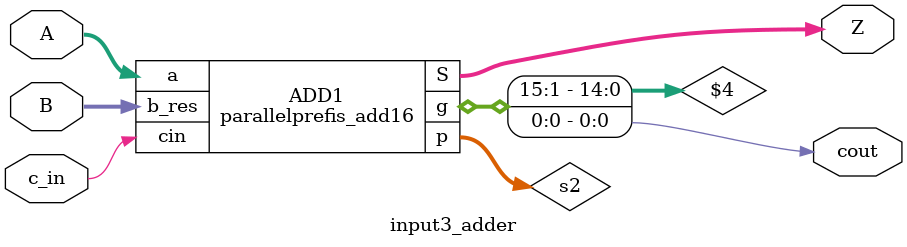
<source format=v>
module and2 (input wire i0, i1, output wire o);
	assign o = i0 & i1;
endmodule

module or2 (input wire i0, i1, output wire o);
	assign o = i0 | i1;
endmodule

module xor2 (input wire i0, i1, output wire o);
	assign o = i0 ^ i1;
endmodule

module xor3 (input wire i0, i1, i2, output wire o);
	wire temp;
	xor2 xor2_0 (i0, i1, temp);
	xor2 xor2_1 (i2, temp, o);
endmodule

module pro_gen (input wire a, b, output wire p, g);
	or2 or_1 (a, b, p);
	and2 and_1 (a, b, g);
endmodule

module carry (input wire pi, gi, pj, gj, output wire P, G);
	wire temp;
	and2 and_1 (pi, pj, P);
	and2 and_2 (pi, gj, temp);
	or2 or_0 (gi, temp, G);
endmodule

module sum (input wire a, b, gi, output wire s);
	xor3 xor3_1 (a, b, gi, s);
endmodule

module parallelprefis_add16(input wire [15:0] a, b_res, input wire cin, output wire [15:0] S,output wire [15:0] p, g);
	
	pro_gen pg_0 (a[0], b_res[0], p[0], g[0]);
	pro_gen pg_1 (a[1], b_res[1], p[1], g[1]);
	pro_gen pg_2 (a[2], b_res[2], p[2], g[2]);
	pro_gen pg_3 (a[3], b_res[3], p[3], g[3]);
	pro_gen pg_4 (a[4], b_res[4], p[4], g[4]);
	pro_gen pg_5 (a[5], b_res[5], p[5], g[5]);
	pro_gen pg_6 (a[6], b_res[6], p[6], g[6]);
   pro_gen pg_7 (a[7], b_res[7], p[7], g[7]);
	pro_gen pg_8 (a[8], b_res[8], p[8], g[8]);
	pro_gen pg_9 (a[9], b_res[9], p[9], g[9]);
	pro_gen pg_10 (a[10], b_res[10], p[10], g[10]);
	pro_gen pg_11 (a[11], b_res[11], p[11], g[11]);
	pro_gen pg_12 (a[12], b_res[12], p[12], g[12]);
	pro_gen pg_13 (a[13], b_res[13], p[13], g[13]);
	pro_gen pg_14 (a[14], b_res[14], p[14], g[14]);
	pro_gen pg_15 (a[15], b_res[15], p[15], g[15]);
	wire [7:0] lvl1_P, lvl1_G;
	 carry  box_lvl1_0 (p[0], g[0], 1'b0, cin, lvl1_P[0], lvl1_G[0]);
	 carry  box_lvl1_1 (p[2], g[2], p[1], g[1], lvl1_P[1], lvl1_G[1]);
	 carry  box_lvl1_2 (p[4], g[4], p[3], g[3], lvl1_P[2], lvl1_G[2]);
	 carry  box_lvl1_3 (p[6], g[6], p[5], g[5], lvl1_P[3], lvl1_G[3]);
	 carry  box_lvl1_4 (p[8], g[8], p[7], g[7], lvl1_P[4], lvl1_G[4]);
	 carry  box_lvl1_5 (p[10], g[10], p[9], g[9], lvl1_P[5], lvl1_G[5]);
	 carry  box_lvl1_6 (p[12], g[12], p[11], g[11], lvl1_P[6], lvl1_G[6]);
	 carry  box_lvl1_7 (p[14], g[14], p[13], g[13], lvl1_P[7], lvl1_G[7]);
	wire [7:0] lvl2_P, lvl2_G;
	 carry  box_lvl2_0 (p[1], g[1], lvl1_P[0], lvl1_G[0], lvl2_P[0], lvl2_G[0]);
	 carry  box_lvl2_1 (lvl1_P[1], lvl1_G[1], lvl1_P[0], lvl1_G[0], lvl2_P[1], lvl2_G[1]);
	 carry  box_lvl2_2 (p[5], g[5], lvl1_P[2], lvl1_G[2], lvl2_P[2], lvl2_G[2]);
	 carry  box_lvl2_3 (lvl1_P[3], lvl1_G[3], lvl1_P[2], lvl1_G[2], lvl2_P[3], lvl2_G[3]);
	 carry  box_lvl2_4 (p[9], g[9], lvl1_P[4], lvl1_G[4], lvl2_P[4], lvl2_G[4]);
	 carry  box_lvl2_5 (lvl1_P[5], lvl1_G[5], lvl1_P[4], lvl1_G[4], lvl2_P[5], lvl2_G[5]);
	 carry  box_lvl2_6 (p[13], g[13], lvl1_P[6], lvl1_G[6], lvl2_P[6], lvl2_G[6]);
	 carry  box_lvl2_7 (lvl1_P[7], lvl1_G[7], lvl1_P[6], lvl1_G[6], lvl2_P[7], lvl2_G[7]);
	wire [7:0] lvl3_P, lvl3_G;
	 carry  box_lvl3_0 (p[3], g[3], lvl2_P[1], lvl2_G[1], lvl3_P[0], lvl3_G[0]);
	 carry  box_lvl3_1 (lvl1_P[2], lvl1_G[2], lvl2_P[1], lvl2_G[1], lvl3_P[1], lvl3_G[1]);
	 carry  box_lvl3_2 (lvl2_P[2], lvl2_G[2], lvl2_P[1], lvl2_G[1], lvl3_P[2], lvl3_G[2]);
	 carry  box_lvl3_3 (lvl2_P[3], lvl2_G[3], lvl2_P[1], lvl2_G[1], lvl3_P[3], lvl3_G[3]);
	 carry  box_lvl3_4 (p[11], g[11], lvl2_P[5], lvl2_G[5], lvl3_P[4], lvl3_G[4]);
	 carry  box_lvl3_5 (lvl1_P[6], lvl1_G[6], lvl2_P[5], lvl2_G[5], lvl3_P[5], lvl3_G[5]);
	 carry  box_lvl3_6 (lvl2_P[6], lvl2_G[6], lvl2_P[5], lvl2_G[5], lvl3_P[6], lvl3_G[6]);
	 carry  box_lvl3_7 (lvl2_P[7], lvl2_G[7], lvl2_P[5], lvl2_G[5], lvl3_P[7], lvl3_G[7]);
	wire [7:0] lvl4_P, lvl4_G;
    carry  box_lvl4_0 (p[7], g[7], lvl3_P[3], lvl3_G[3], lvl4_P[0], lvl4_G[0]);
	 carry  box_lvl4_1 (lvl1_P[4], lvl1_G[4], lvl3_P[3], lvl3_G[3], lvl4_P[1], lvl4_G[1]);
	 carry  box_lvl4_2 (lvl2_P[4], lvl2_G[4], lvl3_P[3], lvl3_G[3], lvl4_P[2], lvl4_G[2]);
	 carry  box_lvl4_3 (lvl2_P[5], lvl2_G[5], lvl3_P[3], lvl3_G[3], lvl4_P[3], lvl4_G[3]);
	 carry  box_lvl4_4 (lvl3_P[4], lvl3_G[4], lvl3_P[3], lvl3_G[3], lvl4_P[4], lvl4_G[4]);
	 carry  box_lvl4_5 (lvl3_P[5], lvl3_G[5], lvl3_P[3], lvl3_G[3], lvl4_P[5], lvl4_G[5]);
	 carry  box_lvl4_6 (lvl3_P[6], lvl3_G[6], lvl3_P[3], lvl3_G[3], lvl4_P[6], lvl4_G[6]);
	 carry  box_lvl4_7 (lvl3_P[7], lvl3_G[7], lvl3_P[3], lvl3_G[3], lvl4_P[7], lvl4_G[7]);
	sum circle_0 (a[0], b_res[0], cin, S[0]);
	sum circle_1 (a[1], b_res[1], lvl1_G[0], S[1]);
	sum circle_2 (a[2], b_res[2], lvl2_G[0], S[2]);
	sum circle_3 (a[3], b_res[3], lvl2_G[1], S[3]);
	sum circle_4 (a[4], b_res[4], lvl3_G[0], S[4]);
	sum circle_5 (a[5], b_res[5], lvl3_G[1], S[5]);
	sum circle_6 (a[6], b_res[6], lvl3_G[2], S[6]);
	sum circle_7 (a[7], b_res[7], lvl3_G[3], S[7]);
	sum circle_8 (a[8], b_res[8], lvl4_G[0], S[8]);
	sum circle_9 (a[9], b_res[9], lvl4_G[1], S[9]);
	sum circle_10 (a[10], b_res[10], lvl4_G[2], S[10]);
	sum circle_11 (a[11], b_res[11], lvl4_G[3], S[11]);
	sum circle_12 (a[12], b_res[12], lvl4_G[4], S[12]);
	sum circle_13 (a[13], b_res[13], lvl4_G[5], S[13]);
	sum circle_14 (a[14], b_res[14], lvl4_G[6], S[14]);
	sum circle_15 (a[15], b_res[15], lvl4_G[7], S[15]);
endmodule 

module input3_adder( A, B, c_in, Z,cout);
input [15:0] A,B;
input c_in;
output [15:0] Z;
output cout;
//wire [15:0] a1,s1;
wire [15:0] s2;
parallelprefis_add16 ADD1(A, B, c_in, Z,s2,cout);
//parallelprefis_add16 ADD2(s1, C, a1, Z);
//assign  a1[0]=1'b0; 
endmodule

</source>
